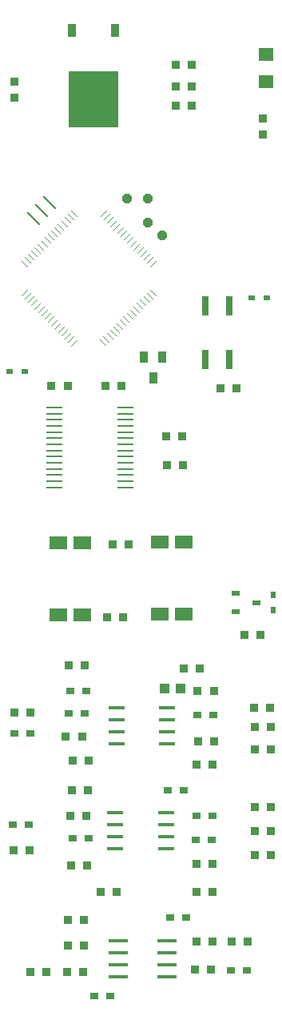
<source format=gtp>
G04 DipTrace 3.2.0.1*
G04 Mwarp.GTP*
%MOIN*%
G04 #@! TF.FileFunction,Paste,Top*
G04 #@! TF.Part,Single*
%AMOUTLINE11*
4,1,4,
-0.015685,0.017654,
0.015685,0.017654,
0.015685,-0.017654,
-0.015685,-0.017654,
-0.015685,0.017654,
0*%
%AMOUTLINE14*
4,1,4,
-0.017654,-0.015685,
-0.017654,0.015685,
0.017654,0.015685,
0.017654,-0.015685,
-0.017654,-0.015685,
0*%
%AMOUTLINE17*
4,1,4,
0.017654,0.015685,
0.017654,-0.015685,
-0.017654,-0.015685,
-0.017654,0.015685,
0.017654,0.015685,
0*%
%AMOUTLINE29*
4,1,4,
-0.03537,-0.025528,
0.03537,-0.025528,
0.03537,0.025528,
-0.03537,0.025528,
-0.03537,-0.025528,
0*%
%AMOUTLINE32*
4,1,4,
-0.015685,-0.023559,
0.015685,-0.023559,
0.015685,0.023559,
-0.015685,0.023559,
-0.015685,-0.023559,
0*%
%AMOUTLINE35*
4,1,4,
-0.015685,-0.027496,
0.015685,-0.027496,
0.015685,0.027496,
-0.015685,0.027496,
-0.015685,-0.027496,
0*%
%AMOUTLINE38*
4,1,4,
-0.102299,-0.118047,
0.102299,-0.118047,
0.102299,0.118047,
-0.102299,0.118047,
-0.102299,-0.118047,
0*%
%AMOUTLINE41*
4,1,4,
0.015685,-0.00978,
0.015685,0.00978,
-0.015685,0.00978,
-0.015685,-0.00978,
0.015685,-0.00978,
0*%
%AMOUTLINE44*
4,1,4,
0.012528,-0.015222,
0.015222,-0.012528,
-0.012528,0.015222,
-0.015222,0.012528,
0.012528,-0.015222,
0*%
%AMOUTLINE47*
4,1,4,
0.015222,0.012528,
0.012528,0.015222,
-0.015222,-0.012528,
-0.012528,-0.015222,
0.015222,0.012528,
0*%
%AMOUTLINE50*
4,1,4,
-0.012528,0.015222,
-0.015222,0.012528,
0.012528,-0.015222,
0.015222,-0.012528,
-0.012528,0.015222,
0*%
%AMOUTLINE53*
4,1,4,
-0.015222,-0.012528,
-0.012528,-0.015222,
0.015222,0.012528,
0.012528,0.015222,
-0.015222,-0.012528,
0*%
%AMOUTLINE56*
4,1,4,
0.0335,0.0035,
-0.0335,0.0035,
-0.0335,-0.0035,
0.0335,-0.0035,
0.0335,0.0035,
0*%
%AMOUTLINE59*
4,1,4,
-0.039307,0.007811,
-0.039307,-0.007811,
0.039307,-0.007811,
0.039307,0.007811,
-0.039307,0.007811,
0*%
%AMOUTLINE68*
4,1,4,
-0.012732,-0.00978,
0.012732,-0.00978,
0.012732,0.00978,
-0.012732,0.00978,
-0.012732,-0.00978,
0*%
%AMOUTLINE71*
4,1,4,
-0.00978,0.012732,
-0.00978,-0.012732,
0.00978,-0.012732,
0.00978,0.012732,
-0.00978,0.012732,
0*%
%AMOUTLINE77*
4,1,4,
0.031492,-0.027496,
0.031492,0.027496,
-0.031492,0.027496,
-0.031492,-0.027496,
0.031492,-0.027496,
0*%
%AMOUTLINE80*
4,1,36,
0.020985,0.0,
0.020666,0.003644,
0.019719,0.007177,
0.018173,0.010492,
0.016075,0.013488,
0.013488,0.016075,
0.010492,0.018173,
0.007177,0.019719,
0.003644,0.020666,
0.0,0.020985,
-0.003644,0.020666,
-0.007177,0.019719,
-0.010492,0.018173,
-0.013488,0.016075,
-0.016075,0.013488,
-0.018173,0.010492,
-0.019719,0.007177,
-0.020666,0.003644,
-0.020985,0.0,
-0.020666,-0.003644,
-0.019719,-0.007177,
-0.018173,-0.010492,
-0.016075,-0.013488,
-0.013488,-0.016075,
-0.010492,-0.018173,
-0.007177,-0.019719,
-0.003644,-0.020666,
0.0,-0.020985,
0.003644,-0.020666,
0.007177,-0.019719,
0.010492,-0.018173,
0.013488,-0.016075,
0.016075,-0.013488,
0.018173,-0.010492,
0.019719,-0.007177,
0.020666,-0.003644,
0.020985,0.0,
0*%
%AMOUTLINE83*
4,1,4,
-0.02775,0.022272,
-0.022272,0.02775,
0.02775,-0.022272,
0.022272,-0.02775,
-0.02775,0.022272,
0*%
%ADD31R,0.043307X0.03937*%
%ADD57R,0.07074X0.015622*%
%ADD69R,0.035307X0.03137*%
%ADD71R,0.03137X0.078614*%
%ADD92OUTLINE11*%
%ADD95OUTLINE14*%
%ADD98OUTLINE17*%
%ADD110OUTLINE29*%
%ADD113OUTLINE32*%
%ADD116OUTLINE35*%
%ADD119OUTLINE38*%
%ADD122OUTLINE41*%
%ADD125OUTLINE44*%
%ADD128OUTLINE47*%
%ADD131OUTLINE50*%
%ADD134OUTLINE53*%
%ADD137OUTLINE56*%
%ADD140OUTLINE59*%
%ADD149OUTLINE68*%
%ADD152OUTLINE71*%
%ADD158OUTLINE77*%
%ADD161OUTLINE80*%
%ADD164OUTLINE83*%
%FSLAX26Y26*%
G04*
G70*
G90*
G75*
G01*
G04 TopPaste*
%LPD*%
D71*
X1251889Y3092140D3*
X1351889D3*
Y3316943D3*
X1251889D3*
D92*
X1491889Y4098140D3*
Y4031211D3*
D95*
X883889Y876140D3*
X816960D3*
D98*
X1287889Y1712889D3*
X1220960D3*
D69*
X681640Y1619140D3*
X748569D3*
D92*
X456640Y4250389D3*
Y4183460D3*
D31*
X1083460Y1725389D3*
X1150389D3*
D98*
X689711Y1194140D3*
X756640D3*
D69*
X1095960Y1300389D3*
X1162889D3*
X1279818Y1094140D3*
X1212889D3*
D98*
X1316925Y2975389D3*
X1383854D3*
X681640Y1819140D3*
X748569D3*
D110*
X637889Y2331640D3*
X740251D3*
D98*
X1162889Y1806640D3*
X1229818D3*
D69*
X854818Y444389D3*
X787889D3*
D95*
X1277604Y552604D3*
X1210675D3*
D110*
X1061708Y2032821D3*
X1164070D3*
D95*
X679425Y652604D3*
X746354D3*
D110*
X637889Y2031640D3*
X740251D3*
D69*
X1173569Y769140D3*
X1106640D3*
D110*
X1061708Y2332821D3*
X1164070D3*
D98*
X1525389Y1562889D3*
X1458460D3*
X1527604Y1031640D3*
X1460675D3*
D113*
X1071889Y3102140D3*
X997086D3*
X1034487Y3015526D3*
D116*
X875389Y4462889D3*
X695862D3*
D119*
X785625Y4175487D3*
D122*
X1379389Y2119140D3*
Y2044337D3*
X1466003Y2081738D3*
D125*
X706638Y3700389D3*
X692720Y3686470D3*
X678800Y3672550D3*
X664881Y3658631D3*
X650961Y3644712D3*
X637041Y3630792D3*
X623123Y3616873D3*
X609203Y3602953D3*
X595284Y3589033D3*
X581364Y3575115D3*
X567444Y3561195D3*
X553526Y3547276D3*
X539606Y3533356D3*
X525687Y3519436D3*
X511767Y3505518D3*
X497847Y3491598D3*
D128*
X498554Y3370571D3*
X512474Y3356652D3*
X526393Y3342733D3*
X540313Y3328813D3*
X554233Y3314893D3*
X568152Y3300974D3*
X582071Y3287054D3*
X595990Y3273136D3*
X609910Y3259216D3*
X623830Y3245296D3*
X637749Y3231377D3*
X651669Y3217457D3*
X665587Y3203539D3*
X679507Y3189619D3*
X693427Y3175699D3*
X707346Y3161780D3*
D131*
X826959Y3162487D3*
X840879Y3176406D3*
X854797Y3190326D3*
X868717Y3204245D3*
X882636Y3218165D3*
X896556Y3232085D3*
X910476Y3246003D3*
X924394Y3259923D3*
X938314Y3273842D3*
X952233Y3287762D3*
X966153Y3301682D3*
X980073Y3315600D3*
X993991Y3329520D3*
X1007911Y3343439D3*
X1021830Y3357359D3*
X1035750Y3371279D3*
D134*
X1037165Y3491598D3*
X1023245Y3505518D3*
X1009325Y3519436D3*
X995406Y3533356D3*
X981486Y3547276D3*
X967568Y3561195D3*
X953648Y3575115D3*
X939728Y3589033D3*
X925809Y3602953D3*
X911889Y3616873D3*
X897970Y3630792D3*
X884050Y3644712D3*
X870131Y3658631D3*
X856212Y3672550D3*
X842292Y3686470D3*
X828373Y3700389D3*
D137*
X623138Y2894140D3*
Y2868549D3*
Y2842959D3*
Y2817368D3*
Y2791778D3*
Y2766187D3*
Y2740596D3*
Y2715006D3*
Y2689415D3*
Y2663825D3*
Y2638234D3*
Y2612644D3*
Y2587053D3*
Y2561463D3*
X918587D3*
Y2587053D3*
Y2612644D3*
Y2638234D3*
Y2663825D3*
Y2689415D3*
Y2715006D3*
Y2740596D3*
Y2766187D3*
Y2791778D3*
Y2817368D3*
Y2842959D3*
Y2868549D3*
Y2894140D3*
D140*
X1094140Y525389D3*
Y575389D3*
Y625389D3*
Y675389D3*
X889415D3*
Y625389D3*
Y575389D3*
Y525389D3*
D149*
X1507889Y3350140D3*
X1444897D3*
X499889Y3044140D3*
X436897D3*
D152*
X1535889Y2050140D3*
Y2113132D3*
D158*
X1506640Y4362889D3*
Y4250921D3*
D95*
X1196354Y4231640D3*
X1129425D3*
X1196354Y4319140D3*
X1129425D3*
X1196354Y4150389D3*
X1129425D3*
D98*
X1482354Y1948175D3*
X1415425D3*
X1281640Y1406640D3*
X1214711D3*
D69*
X687889Y1712889D3*
X754818D3*
D98*
X1290104Y1504425D3*
X1223175D3*
X698175Y1423175D3*
X765104D3*
D69*
X1219140Y1612889D3*
X1286069D3*
D98*
X737889Y1525389D3*
X670960D3*
D69*
X767318Y1100389D3*
X700389D3*
D98*
X1214711Y994140D3*
X1281640D3*
X695960Y1300389D3*
X762889D3*
D69*
X1281640Y1194140D3*
X1214711D3*
D95*
X694140Y987889D3*
X761069D3*
X1283854Y877604D3*
X1216925D3*
D98*
X1091889Y2652140D3*
X1158818D3*
X1087889Y2775389D3*
X1154818D3*
D95*
X677889Y2984140D3*
X610960D3*
D98*
X836425D3*
X903354D3*
D95*
X931640Y2325389D3*
X864711D3*
X1281640Y669140D3*
X1214711D3*
D98*
X1361889Y670140D3*
X1428818D3*
X742318Y544140D3*
X675389D3*
X456640Y1625389D3*
X523569D3*
X911069Y2019140D3*
X844140D3*
X679425Y758854D3*
X746354D3*
D69*
X456640Y1537889D3*
X523569D3*
D95*
X1456640Y1644140D3*
X1523569D3*
D98*
X1525389Y1469140D3*
X1458460D3*
X1527604Y1231640D3*
X1460675D3*
D95*
Y1131640D3*
X1527604D3*
D69*
X517318Y1156640D3*
X450389D3*
D98*
X519140Y1050389D3*
X452211D3*
D69*
X1427604Y550389D3*
X1360675D3*
D98*
X523175Y544140D3*
X590104D3*
D161*
X925389Y3762889D3*
X1012889D3*
Y3662889D3*
X1073889Y3610140D3*
D57*
X881640Y1644140D3*
Y1594140D3*
Y1544140D3*
Y1494140D3*
X1094238D3*
Y1544140D3*
Y1594140D3*
Y1644140D3*
X875389Y1206640D3*
Y1156640D3*
Y1106640D3*
Y1056640D3*
X1087987D3*
Y1106640D3*
Y1156640D3*
Y1206640D3*
D164*
X602732Y3746481D3*
X569140Y3712889D3*
X535548Y3679297D3*
M02*

</source>
